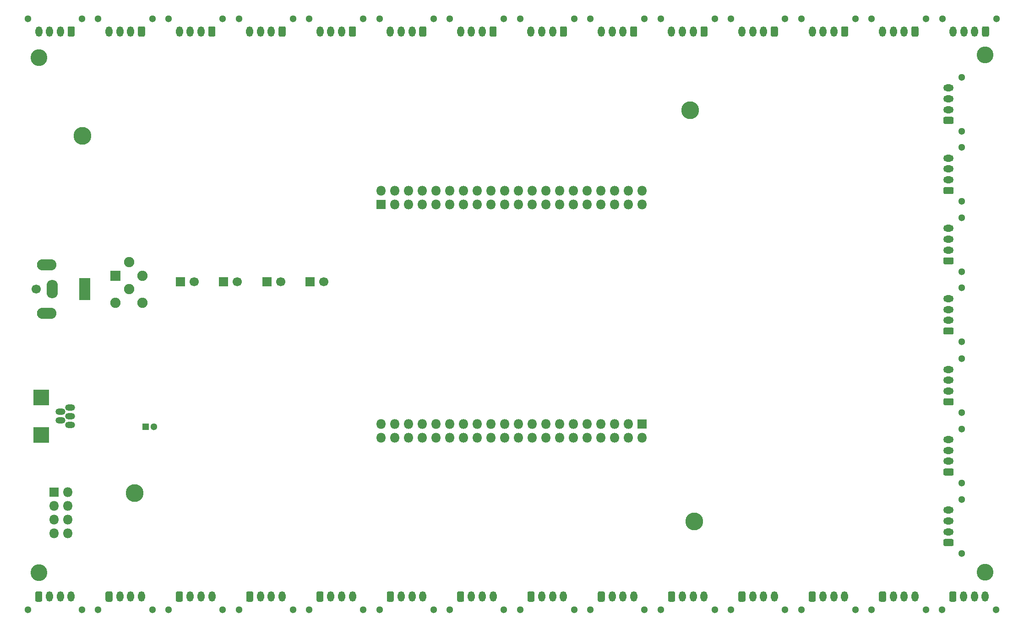
<source format=gbs>
G04 #@! TF.GenerationSoftware,KiCad,Pcbnew,(5.1.6)-1*
G04 #@! TF.CreationDate,2021-04-09T14:23:21+02:00*
G04 #@! TF.ProjectId,FK_fpga_shield,464b5f66-7067-4615-9f73-6869656c642e,rev?*
G04 #@! TF.SameCoordinates,Original*
G04 #@! TF.FileFunction,Soldermask,Bot*
G04 #@! TF.FilePolarity,Negative*
%FSLAX46Y46*%
G04 Gerber Fmt 4.6, Leading zero omitted, Abs format (unit mm)*
G04 Created by KiCad (PCBNEW (5.1.6)-1) date 2021-04-09 14:23:21*
%MOMM*%
%LPD*%
G01*
G04 APERTURE LIST*
%ADD10C,3.300000*%
%ADD11C,1.300000*%
%ADD12O,1.300000X1.900000*%
%ADD13O,1.900000X1.300000*%
%ADD14O,1.800000X1.800000*%
%ADD15R,1.800000X1.800000*%
%ADD16R,1.900000X1.900000*%
%ADD17C,1.900000*%
%ADD18C,3.100000*%
%ADD19C,1.700000*%
%ADD20R,1.700000X1.700000*%
%ADD21O,3.600000X2.100000*%
%ADD22O,2.100000X3.400000*%
%ADD23R,2.100000X4.100000*%
%ADD24R,1.300000X1.300000*%
%ADD25R,2.995600X2.995600*%
%ADD26O,1.850000X1.200000*%
G04 APERTURE END LIST*
D10*
X200000000Y-139500000D03*
X199200000Y-63400000D03*
X86900000Y-68100000D03*
X96500000Y-134200000D03*
D11*
X76800000Y-155800000D03*
X86800000Y-155800000D03*
D12*
X84800000Y-153400000D03*
X82800000Y-153400000D03*
X80800000Y-153400000D03*
G36*
G01*
X78150000Y-154079168D02*
X78150000Y-152720832D01*
G75*
G02*
X78420832Y-152450000I270832J0D01*
G01*
X79179168Y-152450000D01*
G75*
G02*
X79450000Y-152720832I0J-270832D01*
G01*
X79450000Y-154079168D01*
G75*
G02*
X79179168Y-154350000I-270832J0D01*
G01*
X78420832Y-154350000D01*
G75*
G02*
X78150000Y-154079168I0J270832D01*
G01*
G37*
D11*
X89800000Y-155800000D03*
X99800000Y-155800000D03*
D12*
X97800000Y-153400000D03*
X95800000Y-153400000D03*
X93800000Y-153400000D03*
G36*
G01*
X91150000Y-154079168D02*
X91150000Y-152720832D01*
G75*
G02*
X91420832Y-152450000I270832J0D01*
G01*
X92179168Y-152450000D01*
G75*
G02*
X92450000Y-152720832I0J-270832D01*
G01*
X92450000Y-154079168D01*
G75*
G02*
X92179168Y-154350000I-270832J0D01*
G01*
X91420832Y-154350000D01*
G75*
G02*
X91150000Y-154079168I0J270832D01*
G01*
G37*
D11*
X102800000Y-155800000D03*
X112800000Y-155800000D03*
D12*
X110800000Y-153400000D03*
X108800000Y-153400000D03*
X106800000Y-153400000D03*
G36*
G01*
X104150000Y-154079168D02*
X104150000Y-152720832D01*
G75*
G02*
X104420832Y-152450000I270832J0D01*
G01*
X105179168Y-152450000D01*
G75*
G02*
X105450000Y-152720832I0J-270832D01*
G01*
X105450000Y-154079168D01*
G75*
G02*
X105179168Y-154350000I-270832J0D01*
G01*
X104420832Y-154350000D01*
G75*
G02*
X104150000Y-154079168I0J270832D01*
G01*
G37*
D11*
X115800000Y-155800000D03*
X125800000Y-155800000D03*
D12*
X123800000Y-153400000D03*
X121800000Y-153400000D03*
X119800000Y-153400000D03*
G36*
G01*
X117150000Y-154079168D02*
X117150000Y-152720832D01*
G75*
G02*
X117420832Y-152450000I270832J0D01*
G01*
X118179168Y-152450000D01*
G75*
G02*
X118450000Y-152720832I0J-270832D01*
G01*
X118450000Y-154079168D01*
G75*
G02*
X118179168Y-154350000I-270832J0D01*
G01*
X117420832Y-154350000D01*
G75*
G02*
X117150000Y-154079168I0J270832D01*
G01*
G37*
D11*
X128800000Y-155800000D03*
X138800000Y-155800000D03*
D12*
X136800000Y-153400000D03*
X134800000Y-153400000D03*
X132800000Y-153400000D03*
G36*
G01*
X130150000Y-154079168D02*
X130150000Y-152720832D01*
G75*
G02*
X130420832Y-152450000I270832J0D01*
G01*
X131179168Y-152450000D01*
G75*
G02*
X131450000Y-152720832I0J-270832D01*
G01*
X131450000Y-154079168D01*
G75*
G02*
X131179168Y-154350000I-270832J0D01*
G01*
X130420832Y-154350000D01*
G75*
G02*
X130150000Y-154079168I0J270832D01*
G01*
G37*
D11*
X141800000Y-155800000D03*
X151800000Y-155800000D03*
D12*
X149800000Y-153400000D03*
X147800000Y-153400000D03*
X145800000Y-153400000D03*
G36*
G01*
X143150000Y-154079168D02*
X143150000Y-152720832D01*
G75*
G02*
X143420832Y-152450000I270832J0D01*
G01*
X144179168Y-152450000D01*
G75*
G02*
X144450000Y-152720832I0J-270832D01*
G01*
X144450000Y-154079168D01*
G75*
G02*
X144179168Y-154350000I-270832J0D01*
G01*
X143420832Y-154350000D01*
G75*
G02*
X143150000Y-154079168I0J270832D01*
G01*
G37*
D11*
X154800000Y-155800000D03*
X164800000Y-155800000D03*
D12*
X162800000Y-153400000D03*
X160800000Y-153400000D03*
X158800000Y-153400000D03*
G36*
G01*
X156150000Y-154079168D02*
X156150000Y-152720832D01*
G75*
G02*
X156420832Y-152450000I270832J0D01*
G01*
X157179168Y-152450000D01*
G75*
G02*
X157450000Y-152720832I0J-270832D01*
G01*
X157450000Y-154079168D01*
G75*
G02*
X157179168Y-154350000I-270832J0D01*
G01*
X156420832Y-154350000D01*
G75*
G02*
X156150000Y-154079168I0J270832D01*
G01*
G37*
D11*
X167800000Y-155800000D03*
X177800000Y-155800000D03*
D12*
X175800000Y-153400000D03*
X173800000Y-153400000D03*
X171800000Y-153400000D03*
G36*
G01*
X169150000Y-154079168D02*
X169150000Y-152720832D01*
G75*
G02*
X169420832Y-152450000I270832J0D01*
G01*
X170179168Y-152450000D01*
G75*
G02*
X170450000Y-152720832I0J-270832D01*
G01*
X170450000Y-154079168D01*
G75*
G02*
X170179168Y-154350000I-270832J0D01*
G01*
X169420832Y-154350000D01*
G75*
G02*
X169150000Y-154079168I0J270832D01*
G01*
G37*
D11*
X180800000Y-155800000D03*
X190800000Y-155800000D03*
D12*
X188800000Y-153400000D03*
X186800000Y-153400000D03*
X184800000Y-153400000D03*
G36*
G01*
X182150000Y-154079168D02*
X182150000Y-152720832D01*
G75*
G02*
X182420832Y-152450000I270832J0D01*
G01*
X183179168Y-152450000D01*
G75*
G02*
X183450000Y-152720832I0J-270832D01*
G01*
X183450000Y-154079168D01*
G75*
G02*
X183179168Y-154350000I-270832J0D01*
G01*
X182420832Y-154350000D01*
G75*
G02*
X182150000Y-154079168I0J270832D01*
G01*
G37*
D11*
X193800000Y-155800000D03*
X203800000Y-155800000D03*
D12*
X201800000Y-153400000D03*
X199800000Y-153400000D03*
X197800000Y-153400000D03*
G36*
G01*
X195150000Y-154079168D02*
X195150000Y-152720832D01*
G75*
G02*
X195420832Y-152450000I270832J0D01*
G01*
X196179168Y-152450000D01*
G75*
G02*
X196450000Y-152720832I0J-270832D01*
G01*
X196450000Y-154079168D01*
G75*
G02*
X196179168Y-154350000I-270832J0D01*
G01*
X195420832Y-154350000D01*
G75*
G02*
X195150000Y-154079168I0J270832D01*
G01*
G37*
D11*
X206800000Y-155800000D03*
X216800000Y-155800000D03*
D12*
X214800000Y-153400000D03*
X212800000Y-153400000D03*
X210800000Y-153400000D03*
G36*
G01*
X208150000Y-154079168D02*
X208150000Y-152720832D01*
G75*
G02*
X208420832Y-152450000I270832J0D01*
G01*
X209179168Y-152450000D01*
G75*
G02*
X209450000Y-152720832I0J-270832D01*
G01*
X209450000Y-154079168D01*
G75*
G02*
X209179168Y-154350000I-270832J0D01*
G01*
X208420832Y-154350000D01*
G75*
G02*
X208150000Y-154079168I0J270832D01*
G01*
G37*
D11*
X219800000Y-155800000D03*
X229800000Y-155800000D03*
D12*
X227800000Y-153400000D03*
X225800000Y-153400000D03*
X223800000Y-153400000D03*
G36*
G01*
X221150000Y-154079168D02*
X221150000Y-152720832D01*
G75*
G02*
X221420832Y-152450000I270832J0D01*
G01*
X222179168Y-152450000D01*
G75*
G02*
X222450000Y-152720832I0J-270832D01*
G01*
X222450000Y-154079168D01*
G75*
G02*
X222179168Y-154350000I-270832J0D01*
G01*
X221420832Y-154350000D01*
G75*
G02*
X221150000Y-154079168I0J270832D01*
G01*
G37*
D11*
X232800000Y-155800000D03*
X242800000Y-155800000D03*
D12*
X240800000Y-153400000D03*
X238800000Y-153400000D03*
X236800000Y-153400000D03*
G36*
G01*
X234150000Y-154079168D02*
X234150000Y-152720832D01*
G75*
G02*
X234420832Y-152450000I270832J0D01*
G01*
X235179168Y-152450000D01*
G75*
G02*
X235450000Y-152720832I0J-270832D01*
G01*
X235450000Y-154079168D01*
G75*
G02*
X235179168Y-154350000I-270832J0D01*
G01*
X234420832Y-154350000D01*
G75*
G02*
X234150000Y-154079168I0J270832D01*
G01*
G37*
D11*
X245800000Y-155800000D03*
X255800000Y-155800000D03*
D12*
X253800000Y-153400000D03*
X251800000Y-153400000D03*
X249800000Y-153400000D03*
G36*
G01*
X247150000Y-154079168D02*
X247150000Y-152720832D01*
G75*
G02*
X247420832Y-152450000I270832J0D01*
G01*
X248179168Y-152450000D01*
G75*
G02*
X248450000Y-152720832I0J-270832D01*
G01*
X248450000Y-154079168D01*
G75*
G02*
X248179168Y-154350000I-270832J0D01*
G01*
X247420832Y-154350000D01*
G75*
G02*
X247150000Y-154079168I0J270832D01*
G01*
G37*
D11*
X249400000Y-145400000D03*
X249400000Y-135400000D03*
D13*
X247000000Y-137400000D03*
X247000000Y-139400000D03*
X247000000Y-141400000D03*
G36*
G01*
X247679168Y-144050000D02*
X246320832Y-144050000D01*
G75*
G02*
X246050000Y-143779168I0J270832D01*
G01*
X246050000Y-143020832D01*
G75*
G02*
X246320832Y-142750000I270832J0D01*
G01*
X247679168Y-142750000D01*
G75*
G02*
X247950000Y-143020832I0J-270832D01*
G01*
X247950000Y-143779168D01*
G75*
G02*
X247679168Y-144050000I-270832J0D01*
G01*
G37*
D11*
X249400000Y-132350000D03*
X249400000Y-122350000D03*
D13*
X247000000Y-124350000D03*
X247000000Y-126350000D03*
X247000000Y-128350000D03*
G36*
G01*
X247679168Y-131000000D02*
X246320832Y-131000000D01*
G75*
G02*
X246050000Y-130729168I0J270832D01*
G01*
X246050000Y-129970832D01*
G75*
G02*
X246320832Y-129700000I270832J0D01*
G01*
X247679168Y-129700000D01*
G75*
G02*
X247950000Y-129970832I0J-270832D01*
G01*
X247950000Y-130729168D01*
G75*
G02*
X247679168Y-131000000I-270832J0D01*
G01*
G37*
D11*
X249400000Y-119350000D03*
X249400000Y-109350000D03*
D13*
X247000000Y-111350000D03*
X247000000Y-113350000D03*
X247000000Y-115350000D03*
G36*
G01*
X247679168Y-118000000D02*
X246320832Y-118000000D01*
G75*
G02*
X246050000Y-117729168I0J270832D01*
G01*
X246050000Y-116970832D01*
G75*
G02*
X246320832Y-116700000I270832J0D01*
G01*
X247679168Y-116700000D01*
G75*
G02*
X247950000Y-116970832I0J-270832D01*
G01*
X247950000Y-117729168D01*
G75*
G02*
X247679168Y-118000000I-270832J0D01*
G01*
G37*
D11*
X249400000Y-106250000D03*
X249400000Y-96250000D03*
D13*
X247000000Y-98250000D03*
X247000000Y-100250000D03*
X247000000Y-102250000D03*
G36*
G01*
X247679168Y-104900000D02*
X246320832Y-104900000D01*
G75*
G02*
X246050000Y-104629168I0J270832D01*
G01*
X246050000Y-103870832D01*
G75*
G02*
X246320832Y-103600000I270832J0D01*
G01*
X247679168Y-103600000D01*
G75*
G02*
X247950000Y-103870832I0J-270832D01*
G01*
X247950000Y-104629168D01*
G75*
G02*
X247679168Y-104900000I-270832J0D01*
G01*
G37*
D11*
X249400000Y-93250000D03*
X249400000Y-83250000D03*
D13*
X247000000Y-85250000D03*
X247000000Y-87250000D03*
X247000000Y-89250000D03*
G36*
G01*
X247679168Y-91900000D02*
X246320832Y-91900000D01*
G75*
G02*
X246050000Y-91629168I0J270832D01*
G01*
X246050000Y-90870832D01*
G75*
G02*
X246320832Y-90600000I270832J0D01*
G01*
X247679168Y-90600000D01*
G75*
G02*
X247950000Y-90870832I0J-270832D01*
G01*
X247950000Y-91629168D01*
G75*
G02*
X247679168Y-91900000I-270832J0D01*
G01*
G37*
D11*
X249400000Y-80250000D03*
X249400000Y-70250000D03*
D13*
X247000000Y-72250000D03*
X247000000Y-74250000D03*
X247000000Y-76250000D03*
G36*
G01*
X247679168Y-78900000D02*
X246320832Y-78900000D01*
G75*
G02*
X246050000Y-78629168I0J270832D01*
G01*
X246050000Y-77870832D01*
G75*
G02*
X246320832Y-77600000I270832J0D01*
G01*
X247679168Y-77600000D01*
G75*
G02*
X247950000Y-77870832I0J-270832D01*
G01*
X247950000Y-78629168D01*
G75*
G02*
X247679168Y-78900000I-270832J0D01*
G01*
G37*
D11*
X249400000Y-67250000D03*
X249400000Y-57250000D03*
D13*
X247000000Y-59250000D03*
X247000000Y-61250000D03*
X247000000Y-63250000D03*
G36*
G01*
X247679168Y-65900000D02*
X246320832Y-65900000D01*
G75*
G02*
X246050000Y-65629168I0J270832D01*
G01*
X246050000Y-64870832D01*
G75*
G02*
X246320832Y-64600000I270832J0D01*
G01*
X247679168Y-64600000D01*
G75*
G02*
X247950000Y-64870832I0J-270832D01*
G01*
X247950000Y-65629168D01*
G75*
G02*
X247679168Y-65900000I-270832J0D01*
G01*
G37*
D11*
X255850000Y-46400000D03*
X245850000Y-46400000D03*
D12*
X247850000Y-48800000D03*
X249850000Y-48800000D03*
X251850000Y-48800000D03*
G36*
G01*
X254500000Y-48120832D02*
X254500000Y-49479168D01*
G75*
G02*
X254229168Y-49750000I-270832J0D01*
G01*
X253470832Y-49750000D01*
G75*
G02*
X253200000Y-49479168I0J270832D01*
G01*
X253200000Y-48120832D01*
G75*
G02*
X253470832Y-47850000I270832J0D01*
G01*
X254229168Y-47850000D01*
G75*
G02*
X254500000Y-48120832I0J-270832D01*
G01*
G37*
D11*
X242800000Y-46400000D03*
X232800000Y-46400000D03*
D12*
X234800000Y-48800000D03*
X236800000Y-48800000D03*
X238800000Y-48800000D03*
G36*
G01*
X241450000Y-48120832D02*
X241450000Y-49479168D01*
G75*
G02*
X241179168Y-49750000I-270832J0D01*
G01*
X240420832Y-49750000D01*
G75*
G02*
X240150000Y-49479168I0J270832D01*
G01*
X240150000Y-48120832D01*
G75*
G02*
X240420832Y-47850000I270832J0D01*
G01*
X241179168Y-47850000D01*
G75*
G02*
X241450000Y-48120832I0J-270832D01*
G01*
G37*
D11*
X229800000Y-46400000D03*
X219800000Y-46400000D03*
D12*
X221800000Y-48800000D03*
X223800000Y-48800000D03*
X225800000Y-48800000D03*
G36*
G01*
X228450000Y-48120832D02*
X228450000Y-49479168D01*
G75*
G02*
X228179168Y-49750000I-270832J0D01*
G01*
X227420832Y-49750000D01*
G75*
G02*
X227150000Y-49479168I0J270832D01*
G01*
X227150000Y-48120832D01*
G75*
G02*
X227420832Y-47850000I270832J0D01*
G01*
X228179168Y-47850000D01*
G75*
G02*
X228450000Y-48120832I0J-270832D01*
G01*
G37*
D11*
X216800000Y-46400000D03*
X206800000Y-46400000D03*
D12*
X208800000Y-48800000D03*
X210800000Y-48800000D03*
X212800000Y-48800000D03*
G36*
G01*
X215450000Y-48120832D02*
X215450000Y-49479168D01*
G75*
G02*
X215179168Y-49750000I-270832J0D01*
G01*
X214420832Y-49750000D01*
G75*
G02*
X214150000Y-49479168I0J270832D01*
G01*
X214150000Y-48120832D01*
G75*
G02*
X214420832Y-47850000I270832J0D01*
G01*
X215179168Y-47850000D01*
G75*
G02*
X215450000Y-48120832I0J-270832D01*
G01*
G37*
D11*
X203800000Y-46400000D03*
X193800000Y-46400000D03*
D12*
X195800000Y-48800000D03*
X197800000Y-48800000D03*
X199800000Y-48800000D03*
G36*
G01*
X202450000Y-48120832D02*
X202450000Y-49479168D01*
G75*
G02*
X202179168Y-49750000I-270832J0D01*
G01*
X201420832Y-49750000D01*
G75*
G02*
X201150000Y-49479168I0J270832D01*
G01*
X201150000Y-48120832D01*
G75*
G02*
X201420832Y-47850000I270832J0D01*
G01*
X202179168Y-47850000D01*
G75*
G02*
X202450000Y-48120832I0J-270832D01*
G01*
G37*
D11*
X190800000Y-46400000D03*
X180800000Y-46400000D03*
D12*
X182800000Y-48800000D03*
X184800000Y-48800000D03*
X186800000Y-48800000D03*
G36*
G01*
X189450000Y-48120832D02*
X189450000Y-49479168D01*
G75*
G02*
X189179168Y-49750000I-270832J0D01*
G01*
X188420832Y-49750000D01*
G75*
G02*
X188150000Y-49479168I0J270832D01*
G01*
X188150000Y-48120832D01*
G75*
G02*
X188420832Y-47850000I270832J0D01*
G01*
X189179168Y-47850000D01*
G75*
G02*
X189450000Y-48120832I0J-270832D01*
G01*
G37*
D11*
X177800000Y-46400000D03*
X167800000Y-46400000D03*
D12*
X169800000Y-48800000D03*
X171800000Y-48800000D03*
X173800000Y-48800000D03*
G36*
G01*
X176450000Y-48120832D02*
X176450000Y-49479168D01*
G75*
G02*
X176179168Y-49750000I-270832J0D01*
G01*
X175420832Y-49750000D01*
G75*
G02*
X175150000Y-49479168I0J270832D01*
G01*
X175150000Y-48120832D01*
G75*
G02*
X175420832Y-47850000I270832J0D01*
G01*
X176179168Y-47850000D01*
G75*
G02*
X176450000Y-48120832I0J-270832D01*
G01*
G37*
D11*
X164800000Y-46400000D03*
X154800000Y-46400000D03*
D12*
X156800000Y-48800000D03*
X158800000Y-48800000D03*
X160800000Y-48800000D03*
G36*
G01*
X163450000Y-48120832D02*
X163450000Y-49479168D01*
G75*
G02*
X163179168Y-49750000I-270832J0D01*
G01*
X162420832Y-49750000D01*
G75*
G02*
X162150000Y-49479168I0J270832D01*
G01*
X162150000Y-48120832D01*
G75*
G02*
X162420832Y-47850000I270832J0D01*
G01*
X163179168Y-47850000D01*
G75*
G02*
X163450000Y-48120832I0J-270832D01*
G01*
G37*
D11*
X151800000Y-46400000D03*
X141800000Y-46400000D03*
D12*
X143800000Y-48800000D03*
X145800000Y-48800000D03*
X147800000Y-48800000D03*
G36*
G01*
X150450000Y-48120832D02*
X150450000Y-49479168D01*
G75*
G02*
X150179168Y-49750000I-270832J0D01*
G01*
X149420832Y-49750000D01*
G75*
G02*
X149150000Y-49479168I0J270832D01*
G01*
X149150000Y-48120832D01*
G75*
G02*
X149420832Y-47850000I270832J0D01*
G01*
X150179168Y-47850000D01*
G75*
G02*
X150450000Y-48120832I0J-270832D01*
G01*
G37*
D11*
X138800000Y-46400000D03*
X128800000Y-46400000D03*
D12*
X130800000Y-48800000D03*
X132800000Y-48800000D03*
X134800000Y-48800000D03*
G36*
G01*
X137450000Y-48120832D02*
X137450000Y-49479168D01*
G75*
G02*
X137179168Y-49750000I-270832J0D01*
G01*
X136420832Y-49750000D01*
G75*
G02*
X136150000Y-49479168I0J270832D01*
G01*
X136150000Y-48120832D01*
G75*
G02*
X136420832Y-47850000I270832J0D01*
G01*
X137179168Y-47850000D01*
G75*
G02*
X137450000Y-48120832I0J-270832D01*
G01*
G37*
D11*
X125800000Y-46400000D03*
X115800000Y-46400000D03*
D12*
X117800000Y-48800000D03*
X119800000Y-48800000D03*
X121800000Y-48800000D03*
G36*
G01*
X124450000Y-48120832D02*
X124450000Y-49479168D01*
G75*
G02*
X124179168Y-49750000I-270832J0D01*
G01*
X123420832Y-49750000D01*
G75*
G02*
X123150000Y-49479168I0J270832D01*
G01*
X123150000Y-48120832D01*
G75*
G02*
X123420832Y-47850000I270832J0D01*
G01*
X124179168Y-47850000D01*
G75*
G02*
X124450000Y-48120832I0J-270832D01*
G01*
G37*
D11*
X112800000Y-46400000D03*
X102800000Y-46400000D03*
D12*
X104800000Y-48800000D03*
X106800000Y-48800000D03*
X108800000Y-48800000D03*
G36*
G01*
X111450000Y-48120832D02*
X111450000Y-49479168D01*
G75*
G02*
X111179168Y-49750000I-270832J0D01*
G01*
X110420832Y-49750000D01*
G75*
G02*
X110150000Y-49479168I0J270832D01*
G01*
X110150000Y-48120832D01*
G75*
G02*
X110420832Y-47850000I270832J0D01*
G01*
X111179168Y-47850000D01*
G75*
G02*
X111450000Y-48120832I0J-270832D01*
G01*
G37*
D11*
X99800000Y-46400000D03*
X89800000Y-46400000D03*
D12*
X91800000Y-48800000D03*
X93800000Y-48800000D03*
X95800000Y-48800000D03*
G36*
G01*
X98450000Y-48120832D02*
X98450000Y-49479168D01*
G75*
G02*
X98179168Y-49750000I-270832J0D01*
G01*
X97420832Y-49750000D01*
G75*
G02*
X97150000Y-49479168I0J270832D01*
G01*
X97150000Y-48120832D01*
G75*
G02*
X97420832Y-47850000I270832J0D01*
G01*
X98179168Y-47850000D01*
G75*
G02*
X98450000Y-48120832I0J-270832D01*
G01*
G37*
D11*
X86800000Y-46400000D03*
X76800000Y-46400000D03*
D12*
X78800000Y-48800000D03*
X80800000Y-48800000D03*
X82800000Y-48800000D03*
G36*
G01*
X85450000Y-48120832D02*
X85450000Y-49479168D01*
G75*
G02*
X85179168Y-49750000I-270832J0D01*
G01*
X84420832Y-49750000D01*
G75*
G02*
X84150000Y-49479168I0J270832D01*
G01*
X84150000Y-48120832D01*
G75*
G02*
X84420832Y-47850000I270832J0D01*
G01*
X85179168Y-47850000D01*
G75*
G02*
X85450000Y-48120832I0J-270832D01*
G01*
G37*
D14*
X84140000Y-141720000D03*
X81600000Y-141720000D03*
X84140000Y-139180000D03*
X81600000Y-139180000D03*
X84140000Y-136640000D03*
X81600000Y-136640000D03*
X84140000Y-134100000D03*
D15*
X81600000Y-134100000D03*
D16*
X93000000Y-94000000D03*
D17*
X98000000Y-94000000D03*
X93000000Y-99000000D03*
X98000000Y-99000000D03*
X95500000Y-96500000D03*
X95500000Y-91500000D03*
D18*
X253800000Y-148900000D03*
X78800000Y-148950000D03*
X253800000Y-53150000D03*
X78800000Y-53600000D03*
D19*
X131500000Y-95100000D03*
D20*
X129000000Y-95100000D03*
D19*
X123500000Y-95100000D03*
D20*
X121000000Y-95100000D03*
D19*
X115500000Y-95100000D03*
D20*
X113000000Y-95100000D03*
D19*
X107500000Y-95100000D03*
D20*
X105000000Y-95100000D03*
D19*
X78300000Y-96500000D03*
D21*
X80300000Y-101000000D03*
X80300000Y-92000000D03*
D22*
X81300000Y-96500000D03*
D23*
X87300000Y-96500000D03*
D11*
X100100000Y-122000000D03*
D24*
X98600000Y-122000000D03*
D14*
X142100208Y-124020472D03*
X142100208Y-121480472D03*
X144640208Y-124020472D03*
X144640208Y-121480472D03*
X147180208Y-124020472D03*
X147180208Y-121480472D03*
X149720208Y-124020472D03*
X149720208Y-121480472D03*
X152260208Y-124020472D03*
X152260208Y-121480472D03*
X154800208Y-124020472D03*
X154800208Y-121480472D03*
X157340208Y-124020472D03*
X157340208Y-121480472D03*
X159880208Y-124020472D03*
X159880208Y-121480472D03*
X162420208Y-124020472D03*
X162420208Y-121480472D03*
X164960208Y-124020472D03*
X164960208Y-121480472D03*
X167500208Y-124020472D03*
X167500208Y-121480472D03*
X170040208Y-124020472D03*
X170040208Y-121480472D03*
X172580208Y-124020472D03*
X172580208Y-121480472D03*
X175120208Y-124020472D03*
X175120208Y-121480472D03*
X177660208Y-124020472D03*
X177660208Y-121480472D03*
X180200208Y-124020472D03*
X180200208Y-121480472D03*
X182740208Y-124020472D03*
X182740208Y-121480472D03*
X185280208Y-124020472D03*
X185280208Y-121480472D03*
X187820208Y-124020472D03*
X187820208Y-121480472D03*
X190360208Y-124020472D03*
D15*
X190360208Y-121480472D03*
D14*
X190360000Y-78300000D03*
X190360000Y-80840000D03*
X187820000Y-78300000D03*
X187820000Y-80840000D03*
X185280000Y-78300000D03*
X185280000Y-80840000D03*
X182740000Y-78300000D03*
X182740000Y-80840000D03*
X180200000Y-78300000D03*
X180200000Y-80840000D03*
X177660000Y-78300000D03*
X177660000Y-80840000D03*
X175120000Y-78300000D03*
X175120000Y-80840000D03*
X172580000Y-78300000D03*
X172580000Y-80840000D03*
X170040000Y-78300000D03*
X170040000Y-80840000D03*
X167500000Y-78300000D03*
X167500000Y-80840000D03*
X164960000Y-78300000D03*
X164960000Y-80840000D03*
X162420000Y-78300000D03*
X162420000Y-80840000D03*
X159880000Y-78300000D03*
X159880000Y-80840000D03*
X157340000Y-78300000D03*
X157340000Y-80840000D03*
X154800000Y-78300000D03*
X154800000Y-80840000D03*
X152260000Y-78300000D03*
X152260000Y-80840000D03*
X149720000Y-78300000D03*
X149720000Y-80840000D03*
X147180000Y-78300000D03*
X147180000Y-80840000D03*
X144640000Y-78300000D03*
X144640000Y-80840000D03*
X142100000Y-78300000D03*
D15*
X142100000Y-80840000D03*
D25*
X79250000Y-116550000D03*
X79250000Y-123450000D03*
D26*
X82800000Y-119200000D03*
X82800000Y-120800000D03*
X84600000Y-118400000D03*
X84600000Y-121600000D03*
X84600000Y-120000000D03*
M02*

</source>
